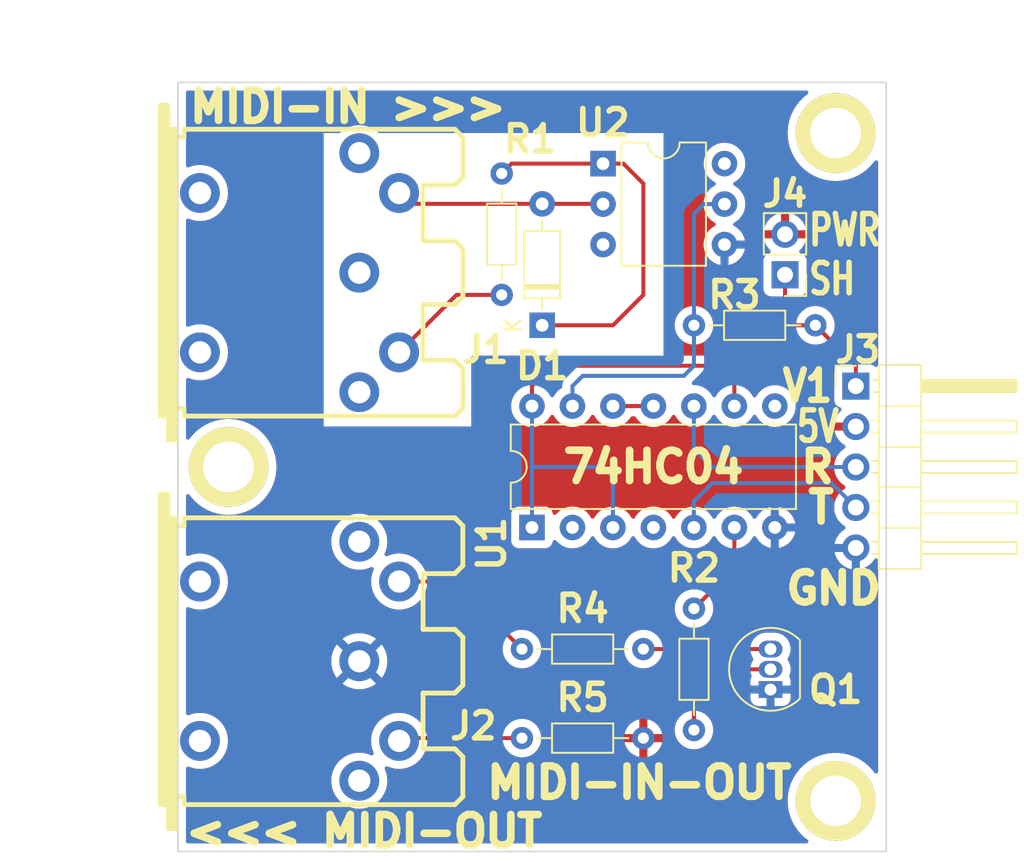
<source format=kicad_pcb>
(kicad_pcb (version 20211014) (generator pcbnew)
  (title_block (date "2022-09-24"))
  (layers (0 "F.Cu" signal) (31 "B.Cu" signal) (34 "B.Paste" user) (35 "F.Paste" user) (36 "B.SilkS" user "B.Silkscreen") (37 "F.SilkS" user "F.Silkscreen") (38 "B.Mask" user) (39 "F.Mask" user) (44 "Edge.Cuts" user))
  (net 0 "")
  (net 1 "Net-(D1-Pad1)")
  (net 2 "Net-(D1-Pad2)")
  (net 6 "/MIDI_IN")
  (net 8 "GND")
  (net 10 "Net-(J2-Pad4)")
  (net 11 "Net-(J2-Pad5)")
  (net 12 "Net-(Q1-Pad2)")
  (net 13 "Net-(Q1-Pad3)")
  (net 14 "Net-(R2-Pad2)")
  (net 15 "+3V3")
  (net 16 "+5V")
  (net 22 "/TX")
  (net 23 "/RX")
  (net 24 "Net-(R3-Pad1)")
  (net 25 "Net-(U1-Pad12)")
  (footprint "LandBoards_MountHoles:MTG-4-40-SMALL" (layer "F.Cu") (at 130.175 71.755)
    (fp_text reference "MTG1" hide)
    (fp_text value "MountingHole" hide)
    (pad "1" thru_hole circle locked (at 0 0) (size 5 5) (drill 3.175) (layers *.Cu *.Mask "F.SilkS"))
  )
  (footprint "LandBoards_MountHoles:MTG-4-40-SMALL" (layer "F.Cu") (at 130.175 113.665)
    (fp_text reference "MTG2" hide)
    (fp_text value "MountingHole" hide)
    (pad "1" thru_hole circle locked (at 0 0) (size 5 5) (drill 3.175) (layers *.Cu *.Mask "F.SilkS"))
  )
  (footprint "Resistor_THT:R_Axial_DIN0204_L3.6mm_D1.6mm_P7.62mm_Horizontal" (layer "F.Cu") (at 110.49 109.728)
    (fp_text reference "R5" (at 3.81 -2.54) (layer "F.SilkS") (effects (font (size 1.651 1.651) (thickness 0.34925))))
    (fp_text value "220")
    (fp_line (start 6.68 0) (end 5.73 0) (layer "F.SilkS") (width 0.12))
    (fp_line (start 1.89 0.92) (end 5.73 0.92) (layer "F.SilkS") (width 0.12))
    (fp_line (start 5.73 -0.92) (end 1.89 -0.92) (layer "F.SilkS") (width 0.12))
    (fp_line (start 5.73 0.92) (end 5.73 -0.92) (layer "F.SilkS") (width 0.12))
    (fp_line (start 0.94 0) (end 1.89 0) (layer "F.SilkS") (width 0.12))
    (fp_line (start 1.89 -0.92) (end 1.89 0.92) (layer "F.SilkS") (width 0.12))
    (pad "1" thru_hole circle (at 0 0) (size 1.4 1.4) (drill 0.7) (layers *.Cu *.Mask) (net 10 "Net-(J2-Pad4)"))
    (pad "2" thru_hole oval (at 7.62 0) (size 1.4 1.4) (drill 0.7) (layers *.Cu *.Mask) (net 16 "+5V"))
  )
  (footprint "Connector_PinHeader_2.54mm:PinHeader_1x05_P2.54mm_Horizontal" (layer "F.Cu") (at 131.445 87.635)
    (fp_text reference "J3" (at 0.127 -2.291) (layer "F.SilkS") (effects (font (size 1.5875 1.5875) (thickness 0.34925))))
    (fp_text value "Conn_01x05")
    (fp_line (start -1.27 0) (end -1.27 -1.27) (layer "F.SilkS") (width 0.12))
    (fp_line (start 1.042929 2.92) (end 1.44 2.92) (layer "F.SilkS") (width 0.12))
    (fp_line (start 1.042929 10.54) (end 1.44 10.54) (layer "F.SilkS") (width 0.12))
    (fp_line (start 1.042929 5.46) (end 1.44 5.46) (layer "F.SilkS") (width 0.12))
    (fp_line (start 1.44 11.49) (end 4.1 11.49) (layer "F.SilkS") (width 0.12))
    (fp_line (start 10.1 9.78) (end 10.1 10.54) (layer "F.SilkS") (width 0.12))
    (fp_line (start 10.1 -0.38) (end 10.1 0.38) (layer "F.SilkS") (width 0.12))
    (fp_line (start 1.44 3.81) (end 4.1 3.81) (layer "F.SilkS") (width 0.12))
    (fp_line (start 4.1 4.7) (end 10.1 4.7) (layer "F.SilkS") (width 0.12))
    (fp_line (start 4.1 2.16) (end 10.1 2.16) (layer "F.SilkS") (width 0.12))
    (fp_line (start 1.11 -0.38) (end 1.44 -0.38) (layer "F.SilkS") (width 0.12))
    (fp_line (start 4.1 -0.38) (end 10.1 -0.38) (layer "F.SilkS") (width 0.12))
    (fp_line (start 4.1 11.49) (end 4.1 -1.33) (layer "F.SilkS") (width 0.12))
    (fp_line (start 4.1 9.78) (end 10.1 9.78) (layer "F.SilkS") (width 0.12))
    (fp_line (start 4.1 -1.33) (end 1.44 -1.33) (layer "F.SilkS") (width 0.12))
    (fp_line (start 4.1 0.04) (end 10.1 0.04) (layer "F.SilkS") (width 0.12))
    (fp_line (start -1.27 -1.27) (end 0 -1.27) (layer "F.SilkS") (width 0.12))
    (fp_line (start 4.1 0.16) (end 10.1 0.16) (layer "F.SilkS") (width 0.12))
    (fp_line (start 1.042929 4.7) (end 1.44 4.7) (layer "F.SilkS") (width 0.12))
    (fp_line (start 4.1 -0.2) (end 10.1 -0.2) (layer "F.SilkS") (width 0.12))
    (fp_line (start 4.1 -0.08) (end 10.1 -0.08) (layer "F.SilkS") (width 0.12))
    (fp_line (start 1.44 -1.33) (end 1.44 11.49) (layer "F.SilkS") (width 0.12))
    (fp_line (start 4.1 0.28) (end 10.1 0.28) (layer "F.SilkS") (width 0.12))
    (fp_line (start 1.44 8.89) (end 4.1 8.89) (layer "F.SilkS") (width 0.12))
    (fp_line (start 1.042929 2.16) (end 1.44 2.16) (layer "F.SilkS") (width 0.12))
    (fp_line (start 10.1 0.38) (end 4.1 0.38) (layer "F.SilkS") (width 0.12))
    (fp_line (start 10.1 5.46) (end 4.1 5.46) (layer "F.SilkS") (width 0.12))
    (fp_line (start 1.44 6.35) (end 4.1 6.35) (layer "F.SilkS") (width 0.12))
    (fp_line (start 4.1 -0.32) (end 10.1 -0.32) (layer "F.SilkS") (width 0.12))
    (fp_line (start 1.44 1.27) (end 4.1 1.27) (layer "F.SilkS") (width 0.12))
    (fp_line (start 1.042929 7.24) (end 1.44 7.24) (layer "F.SilkS") (width 0.12))
    (fp_line (start 1.042929 8) (end 1.44 8) (layer "F.SilkS") (width 0.12))
    (fp_line (start 4.1 7.24) (end 10.1 7.24) (layer "F.SilkS") (width 0.12))
    (fp_line (start 1.11 0.38) (end 1.44 0.38) (layer "F.SilkS") (width 0.12))
    (fp_line (start 10.1 2.16) (end 10.1 2.92) (layer "F.SilkS") (width 0.12))
    (fp_line (start 10.1 10.54) (end 4.1 10.54) (layer "F.SilkS") (width 0.12))
    (fp_line (start 10.1 8) (end 4.1 8) (layer "F.SilkS") (width 0.12))
    (fp_line (start 10.1 2.92) (end 4.1 2.92) (layer "F.SilkS") (width 0.12))
    (fp_line (start 10.1 4.7) (end 10.1 5.46) (layer "F.SilkS") (width 0.12))
    (fp_line (start 1.042929 9.78) (end 1.44 9.78) (layer "F.SilkS") (width 0.12))
    (fp_line (start 10.1 7.24) (end 10.1 8) (layer "F.SilkS") (width 0.12))
    (pad "1" thru_hole rect (at 0 0) (size 1.7 1.7) (drill 1) (layers *.Cu *.Mask) (net 15 "+3V3"))
    (pad "2" thru_hole oval (at 0 2.54) (size 1.7 1.7) (drill 1) (layers *.Cu *.Mask) (net 16 "+5V"))
    (pad "3" thru_hole oval (at 0 5.08) (size 1.7 1.7) (drill 1) (layers *.Cu *.Mask) (net 23 "/RX"))
    (pad "4" thru_hole oval (at 0 7.62) (size 1.7 1.7) (drill 1) (layers *.Cu *.Mask) (net 22 "/TX"))
    (pad "5" thru_hole oval (at 0 10.16) (size 1.7 1.7) (drill 1) (layers *.Cu *.Mask) (net 8 "GND"))
  )
  (footprint "Package_DIP:DIP-6_W7.62mm" (layer "F.Cu") (at 115.58 73.675)
    (fp_text reference "U2" (at -0.01 -2.555) (layer "F.SilkS") (effects (font (size 1.651 1.651) (thickness 0.34925))))
    (fp_text value "4N26")
    (fp_line (start 2.81 -1.33) (end 1.16 -1.33) (layer "F.SilkS") (width 0.12))
    (fp_line (start 6.46 -1.33) (end 4.81 -1.33) (layer "F.SilkS") (width 0.12))
    (fp_line (start 1.16 6.41) (end 6.46 6.41) (layer "F.SilkS") (width 0.12))
    (fp_line (start 1.16 -1.33) (end 1.16 6.41) (layer "F.SilkS") (width 0.12))
    (fp_line (start 6.46 6.41) (end 6.46 -1.33) (layer "F.SilkS") (width 0.12))
    (fp_arc (start 4.81 -1.33) (mid 3.81 -0.33) (end 2.81 -1.33) (layer "F.SilkS") (width 0.12))
    (pad "1" thru_hole rect (at 0 0) (size 1.6 1.6) (drill 0.8) (layers *.Cu *.Mask) (net 1 "Net-(D1-Pad1)"))
    (pad "2" thru_hole oval (at 0 2.54) (size 1.6 1.6) (drill 0.8) (layers *.Cu *.Mask) (net 2 "Net-(D1-Pad2)"))
    (pad "3" thru_hole oval (at 0 5.08) (size 1.6 1.6) (drill 0.8) (layers *.Cu *.Mask))
    (pad "4" thru_hole oval (at 7.62 5.08) (size 1.6 1.6) (drill 0.8) (layers *.Cu *.Mask) (net 8 "GND"))
    (pad "5" thru_hole oval (at 7.62 2.54) (size 1.6 1.6) (drill 0.8) (layers *.Cu *.Mask) (net 24 "Net-(R3-Pad1)"))
    (pad "6" thru_hole oval (at 7.62 0) (size 1.6 1.6) (drill 0.8) (layers *.Cu *.Mask))
  )
  (footprint "Resistor_THT:R_Axial_DIN0204_L3.6mm_D1.6mm_P7.62mm_Horizontal" (layer "F.Cu") (at 121.285 109.22 90)
    (fp_text reference "R2" (at 10.16 0 180) (layer "F.SilkS") (effects (font (size 1.651 1.651) (thickness 0.34925))))
    (fp_text value "10K")
    (fp_line (start 5.73 -0.92) (end 1.89 -0.92) (layer "F.SilkS") (width 0.12))
    (fp_line (start 1.89 -0.92) (end 1.89 0.92) (layer "F.SilkS") (width 0.12))
    (fp_line (start 1.89 0.92) (end 5.73 0.92) (layer "F.SilkS") (width 0.12))
    (fp_line (start 0.94 0) (end 1.89 0) (layer "F.SilkS") (width 0.12))
    (fp_line (start 6.68 0) (end 5.73 0) (layer "F.SilkS") (width 0.12))
    (fp_line (start 5.73 0.92) (end 5.73 -0.92) (layer "F.SilkS") (width 0.12))
    (pad "1" thru_hole circle (at 0 0 90) (size 1.4 1.4) (drill 0.7) (layers *.Cu *.Mask) (net 12 "Net-(Q1-Pad2)"))
    (pad "2" thru_hole oval (at 7.62 0 90) (size 1.4 1.4) (drill 0.7) (layers *.Cu *.Mask) (net 14 "Net-(R2-Pad2)"))
  )
  (footprint "LandBoards_Conns:MIDI_DIN-5" (layer "F.Cu") (at 97.282 80.518 -90)
    (fp_text reference "J1" (at 4.826 -10.922 180) (layer "F.SilkS") (effects (font (size 1.651 1.651) (thickness 0.34925))))
    (fp_text value "DIN-5" hide)
    (fp_line (start 1.99898 -8.99922) (end 1.99898 -7.00024) (layer "F.SilkS") (width 0.3048))
    (fp_line (start -1.50114 -9.4996) (end 1.50114 -9.4996) (layer "F.SilkS") (width 0.3048))
    (fp_line (start -1.50114 -9.4996) (end -1.99898 -8.99922) (layer "F.SilkS") (width 0.3048))
    (fp_line (start -10.50036 9.25068) (end 8.99922 9.25068) (layer "F.SilkS") (width 0.3048))
    (fp_line (start 8.99922 -8.99922) (end 8.99922 8.001) (layer "F.SilkS") (width 0.3048))
    (fp_line (start -10.50036 9.4996) (end -10.50036 8.99922) (layer "F.SilkS") (width 0.3048))
    (fp_line (start 8.99922 8.99922) (end -8.99922 8.99922) (layer "F.SilkS") (width 0.3048))
    (fp_line (start -5.4991 -8.99922) (end -5.4991 -7.00024) (layer "F.SilkS") (width 0.3048))
    (fp_line (start -8.49884 8.001) (end -8.49884 8.49884) (layer "F.SilkS") (width 0.3048))
    (fp_line (start 5.4991 -8.99922) (end 5.4991 -7.00024) (layer "F.SilkS") (width 0.3048))
    (fp_line (start 6.49986 -9.4996) (end 5.99948 -9.4996) (layer "F.SilkS") (width 0.3048))
    (fp_line (start 8.99922 -8.99922) (end 8.49884 -9.4996) (layer "F.SilkS") (width 0.3048))
    (fp_line (start 10.50036 8.99922) (end 8.99922 8.99922) (layer "F.SilkS") (width 0.3048))
    (fp_line (start 1.50114 -9.4996) (end 1.99898 -8.99922) (layer "F.SilkS") (width 0.3048))
    (fp_line (start 8.99922 9.4996) (end -10.50036 9.4996) (layer "F.SilkS") (width 0.3048))
    (fp_line (start -8.99922 8.001) (end -8.49884 8.001) (layer "F.SilkS") (width 0.3048))
    (fp_line (start -10.50036 8.99922) (end -8.99922 8.99922) (layer "F.SilkS") (width 0.3048))
    (fp_line (start 8.99922 8.001) (end 8.49884 8.001) (layer "F.SilkS") (width 0.3048))
    (fp_line (start -8.99922 8.7503) (end 10.50036 8.7503) (layer "F.SilkS") (width 0.3048))
    (fp_line (start -8.99922 8.49884) (end 10.50036 8.49884) (layer "F.SilkS") (width 0.3048))
    (fp_line (start 8.49884 8.49884) (end 8.49884 8.001) (layer "F.SilkS") (width 0.3048))
    (fp_line (start -5.4991 -7.00024) (end -1.99898 -7.00024) (layer "F.SilkS") (width 0.3048))
    (fp_line (start -8.49884 -9.4996) (end -5.99948 -9.4996) (layer "F.SilkS") (width 0.3048))
    (fp_line (start 5.4991 -7.00024) (end 1.99898 -7.00024) (layer "F.SilkS") (width 0.3048))
    (fp_line (start -8.99922 8.99922) (end -8.99922 8.49884) (layer "F.SilkS") (width 0.3048))
    (fp_line (start -1.99898 -8.99922) (end -1.99898 -7.00024) (layer "F.SilkS") (width 0.3048))
    (fp_line (start -8.99922 -8.99922) (end -8.99922 8.001) (layer "F.SilkS") (width 0.3048))
    (fp_line (start 8.49884 -9.4996) (end 6.49986 -9.4996) (layer "F.SilkS") (width 0.3048))
    (fp_line (start -8.99922 -8.99922) (end -8.49884 -9.4996) (layer "F.SilkS") (width 0.3048))
    (fp_line (start 8.99922 8.99922) (end 8.99922 9.4996) (layer "F.SilkS") (width 0.3048))
    (fp_line (start -5.99948 -9.4996) (end -5.4991 -8.99922) (layer "F.SilkS") (width 0.3048))
    (fp_line (start 5.99948 -9.4996) (end 5.4991 -8.99922) (layer "F.SilkS") (width 0.3048))
    (fp_line (start 10.50036 8.49884) (end 10.50036 8.99922) (layer "F.SilkS") (width 0.3048))
    (pad "1" thru_hole circle (at 7.5 -3 270) (size 2.5 2.5) (drill 1.4) (layers *.Cu *.Mask))
    (pad "2" thru_hole circle (at 0 -3 270) (size 2.5 2.5) (drill 1.4) (layers *.Cu *.Mask))
    (pad "3" thru_hole circle (at -7.5 -3 270) (size 2.5 2.5) (drill 1.4) (layers *.Cu *.Mask))
    (pad "4" thru_hole circle (at 5 -5.5 270) (size 2.5 2.5) (drill 1.4) (layers *.Cu *.Mask) (net 6 "/MIDI_IN"))
    (pad "5" thru_hole circle (at -5 -5.5 270) (size 2.5 2.5) (drill 1.4) (layers *.Cu *.Mask) (net 2 "Net-(D1-Pad2)"))
    (pad "6" thru_hole circle (at -5 7 270) (size 2.5 2.5) (drill 1.4) (layers *.Cu *.Mask))
    (pad "6" thru_hole circle (at 5 7 270) (size 2.5 2.5) (drill 1.4) (layers *.Cu *.Mask))
  )
  (footprint "Diode_THT:D_DO-35_SOD27_P7.62mm_Horizontal" (layer "F.Cu") (at 111.76 83.82 90)
    (fp_text reference "D1" (at -2.54 0 180) (layer "F.SilkS") (effects (font (size 1.651 1.651) (thickness 0.34925))))
    (fp_text value "BAT41")
    (fp_text user "K" (at 0 -1.8 90) (layer "F.SilkS"))
    (fp_line (start 1.69 -1.12) (end 1.69 1.12) (layer "F.SilkS") (width 0.12))
    (fp_line (start 1.69 1.12) (end 5.93 1.12) (layer "F.SilkS") (width 0.12))
    (fp_line (start 2.29 -1.12) (end 2.29 1.12) (layer "F.SilkS") (width 0.12))
    (fp_line (start 5.93 -1.12) (end 1.69 -1.12) (layer "F.SilkS") (width 0.12))
    (fp_line (start 1.04 0) (end 1.69 0) (layer "F.SilkS") (width 0.12))
    (fp_line (start 5.93 1.12) (end 5.93 -1.12) (layer "F.SilkS") (width 0.12))
    (fp_line (start 2.53 -1.12) (end 2.53 1.12) (layer "F.SilkS") (width 0.12))
    (fp_line (start 2.41 -1.12) (end 2.41 1.12) (layer "F.SilkS") (width 0.12))
    (fp_line (start 6.58 0) (end 5.93 0) (layer "F.SilkS") (width 0.12))
    (pad "1" thru_hole rect (at 0 0 90) (size 1.6 1.6) (drill 0.8) (layers *.Cu *.Mask) (net 1 "Net-(D1-Pad1)"))
    (pad "2" thru_hole oval (at 7.62 0 90) (size 1.6 1.6) (drill 0.8) (layers *.Cu *.Mask) (net 2 "Net-(D1-Pad2)"))
  )
  (footprint "Package_DIP:DIP-14_W7.62mm" (layer "F.Cu") (at 111.12 96.51 90)
    (fp_text reference "U1" (at -1.026 -2.535 90) (layer "F.SilkS") (effects (font (size 1.651 1.651) (thickness 0.34925))))
    (fp_text value "74HC04")
    (fp_line (start 6.46 16.57) (end 6.46 -1.33) (layer "F.SilkS") (width 0.12))
    (fp_line (start 1.16 -1.33) (end 1.16 16.57) (layer "F.SilkS") (width 0.12))
    (fp_line (start 2.81 -1.33) (end 1.16 -1.33) (layer "F.SilkS") (width 0.12))
    (fp_line (start 6.46 -1.33) (end 4.81 -1.33) (layer "F.SilkS") (width 0.12))
    (fp_line (start 1.16 16.57) (end 6.46 16.57) (layer "F.SilkS") (width 0.12))
    (fp_arc (start 4.81 -1.33) (mid 3.81 -0.33) (end 2.81 -1.33) (layer "F.SilkS") (width 0.12))
    (pad "1" thru_hole rect (at 0 0 90) (size 1.6 1.6) (drill 0.8) (layers *.Cu *.Mask) (net 15 "+3V3"))
    (pad "2" thru_hole oval (at 0 2.54 90) (size 1.6 1.6) (drill 0.8) (layers *.Cu *.Mask))
    (pad "3" thru_hole oval (at 0 5.08 90) (size 1.6 1.6) (drill 0.8) (layers *.Cu *.Mask) (net 15 "+3V3"))
    (pad "4" thru_hole oval (at 0 7.62 90) (size 1.6 1.6) (drill 0.8) (layers *.Cu *.Mask))
    (pad "5" thru_hole oval (at 0 10.16 90) (size 1.6 1.6) (drill 0.8) (layers *.Cu *.Mask) (net 22 "/TX"))
    (pad "6" thru_hole oval (at 0 12.7 90) (size 1.6 1.6) (drill 0.8) (layers *.Cu *.Mask) (net 14 "Net-(R2-Pad2)"))
    (pad "7" thru_hole oval (at 0 15.24 90) (size 1.6 1.6) (drill 0.8) (layers *.Cu *.Mask) (net 8 "GND"))
    (pad "8" thru_hole oval (at 7.62 15.24 90) (size 1.6 1.6) (drill 0.8) (layers *.Cu *.Mask))
    (pad "9" thru_hole oval (at 7.62 12.7 90) (size 1.6 1.6) (drill 0.8) (layers *.Cu *.Mask) (net 15 "+3V3"))
    (pad "10" thru_hole oval (at 7.62 10.16 90) (size 1.6 1.6) (drill 0.8) (layers *.Cu *.Mask) (net 23 "/RX"))
    (pad "11" thru_hole oval (at 7.62 7.62 90) (size 1.6 1.6) (drill 0.8) (layers *.Cu *.Mask) (net 25 "Net-(U1-Pad12)"))
    (pad "12" thru_hole oval (at 7.62 5.08 90) (size 1.6 1.6) (drill 0.8) (layers *.Cu *.Mask) (net 25 "Net-(U1-Pad12)"))
    (pad "13" thru_hole oval (at 7.62 2.54 90) (size 1.6 1.6) (drill 0.8) (layers *.Cu *.Mask) (net 24 "Net-(R3-Pad1)"))
    (pad "14" thru_hole oval (at 7.62 0 90) (size 1.6 1.6) (drill 0.8) (layers *.Cu *.Mask) (net 15 "+3V3"))
  )
  (footprint "Resistor_THT:R_Axial_DIN0204_L3.6mm_D1.6mm_P7.62mm_Horizontal" (layer "F.Cu") (at 121.285 83.82)
    (fp_text reference "R3" (at 2.54 -1.905 180) (layer "F.SilkS") (effects (font (size 1.651 1.651) (thickness 0.34925))))
    (fp_text value "1K")
    (fp_line (start 6.68 0) (end 5.73 0) (layer "F.SilkS") (width 0.12))
    (fp_line (start 5.73 -0.92) (end 1.89 -0.92) (layer "F.SilkS") (width 0.12))
    (fp_line (start 5.73 0.92) (end 5.73 -0.92) (layer "F.SilkS") (width 0.12))
    (fp_line (start 1.89 -0.92) (end 1.89 0.92) (layer "F.SilkS") (width 0.12))
    (fp_line (start 0.94 0) (end 1.89 0) (layer "F.SilkS") (width 0.12))
    (fp_line (start 1.89 0.92) (end 5.73 0.92) (layer "F.SilkS") (width 0.12))
    (pad "1" thru_hole circle (at 0 0) (size 1.4 1.4) (drill 0.7) (layers *.Cu *.Mask) (net 24 "Net-(R3-Pad1)"))
    (pad "2" thru_hole oval (at 7.62 0) (size 1.4 1.4) (drill 0.7) (layers *.Cu *.Mask) (net 15 "+3V3"))
  )
  (footprint "Package_TO_SOT_THT:TO-92_Inline" (layer "F.Cu") (at 126.09 106.68 90)
    (fp_text reference "Q1" (at 0 4.085 180) (layer "F.SilkS") (effects (font (size 1.651 1.651) (thickness 0.34925))))
    (fp_text value "2N3904")
    (fp_line (start -0.53 1.85) (end 3.07 1.85) (layer "F.SilkS") (width 0.12))
    (fp_arc (start 1.27 -2.6) (mid 3.672087 -0.994977) (end 3.108478 1.838478) (layer "F.SilkS") (width 0.12))
    (fp_arc (start -0.568478 1.838478) (mid -1.132087 -0.994977) (end 1.27 -2.6) (layer "F.SilkS") (width 0.12))
    (pad "1" thru_hole rect (at 0 0 90) (size 1.05 1.5) (drill 0.75) (layers *.Cu *.Mask) (net 8 "GND"))
    (pad "2" thru_hole oval (at 1.27 0 90) (size 1.05 1.5) (drill 0.75) (layers *.Cu *.Mask) (net 12 "Net-(Q1-Pad2)"))
    (pad "3" thru_hole oval (at 2.54 0 90) (size 1.05 1.5) (drill 0.75) (layers *.Cu *.Mask) (net 13 "Net-(Q1-Pad3)"))
  )
  (footprint "LandBoards_MountHoles:MTG-4-40-SMALL" (layer "F.Cu") (at 92.075 92.71)
    (fp_text reference "MTG3" hide)
    (fp_text value "MountingHole" hide)
    (pad "1" thru_hole circle locked (at 0 0) (size 5 5) (drill 3.175) (layers *.Cu *.Mask "F.SilkS"))
  )
  (footprint "Resistor_THT:R_Axial_DIN0204_L3.6mm_D1.6mm_P7.62mm_Horizontal" (layer "F.Cu") (at 109.22 81.915 90)
    (fp_text reference "R1" (at 9.779 1.778 180) (layer "F.SilkS") (effects (font (size 1.651 1.651) (thickness 0.34925))))
    (fp_text value "220")
    (fp_line (start 6.68 0) (end 5.73 0) (layer "F.SilkS") (width 0.12))
    (fp_line (start 1.89 0.92) (end 5.73 0.92) (layer "F.SilkS") (width 0.12))
    (fp_line (start 1.89 -0.92) (end 1.89 0.92) (layer "F.SilkS") (width 0.12))
    (fp_line (start 5.73 0.92) (end 5.73 -0.92) (layer "F.SilkS") (width 0.12))
    (fp_line (start 5.73 -0.92) (end 1.89 -0.92) (layer "F.SilkS") (width 0.12))
    (fp_line (start 0.94 0) (end 1.89 0) (layer "F.SilkS") (width 0.12))
    (pad "1" thru_hole circle (at 0 0 90) (size 1.4 1.4) (drill 0.7) (layers *.Cu *.Mask) (net 6 "/MIDI_IN"))
    (pad "2" thru_hole oval (at 7.62 0 90) (size 1.4 1.4) (drill 0.7) (layers *.Cu *.Mask) (net 1 "Net-(D1-Pad1)"))
  )
  (footprint "LandBoards_Conns:MIDI_DIN-5" (layer "F.Cu") (at 97.282 104.902 -90)
    (fp_text reference "J2" (at 4.064 -10.16 180) (layer "F.SilkS") (effects (font (size 1.651 1.651) (thickness 0.34925))))
    (fp_text value "DIN-5" hide)
    (fp_line (start 10.50036 8.99922) (end 8.99922 8.99922) (layer "F.SilkS") (width 0.3048))
    (fp_line (start -10.50036 8.99922) (end -8.99922 8.99922) (layer "F.SilkS") (width 0.3048))
    (fp_line (start -8.99922 -8.99922) (end -8.99922 8.001) (layer "F.SilkS") (width 0.3048))
    (fp_line (start 8.99922 8.001) (end 8.49884 8.001) (layer "F.SilkS") (width 0.3048))
    (fp_line (start -10.50036 9.4996) (end -10.50036 8.99922) (layer "F.SilkS") (width 0.3048))
    (fp_line (start -5.99948 -9.4996) (end -5.4991 -8.99922) (layer "F.SilkS") (width 0.3048))
    (fp_line (start 10.50036 8.49884) (end 10.50036 8.99922) (layer "F.SilkS") (width 0.3048))
    (fp_line (start 1.50114 -9.4996) (end 1.99898 -8.99922) (layer "F.SilkS") (width 0.3048))
    (fp_line (start 8.99922 8.99922) (end -8.99922 8.99922) (layer "F.SilkS") (width 0.3048))
    (fp_line (start 8.99922 -8.99922) (end 8.99922 8.001) (layer "F.SilkS") (width 0.3048))
    (fp_line (start 8.99922 8.99922) (end 8.99922 9.4996) (layer "F.SilkS") (width 0.3048))
    (fp_line (start 6.49986 -9.4996) (end 5.99948 -9.4996) (layer "F.SilkS") (width 0.3048))
    (fp_line (start 5.4991 -8.99922) (end 5.4991 -7.00024) (layer "F.SilkS") (width 0.3048))
    (fp_line (start -8.99922 -8.99922) (end -8.49884 -9.4996) (layer "F.SilkS") (width 0.3048))
    (fp_line (start -8.99922 8.99922) (end -8.99922 8.49884) (layer "F.SilkS") (width 0.3048))
    (fp_line (start 8.49884 8.49884) (end 8.49884 8.001) (layer "F.SilkS") (width 0.3048))
    (fp_line (start -8.99922 8.001) (end -8.49884 8.001) (layer "F.SilkS") (width 0.3048))
    (fp_line (start -5.4991 -8.99922) (end -5.4991 -7.00024) (layer "F.SilkS") (width 0.3048))
    (fp_line (start 8.99922 -8.99922) (end 8.49884 -9.4996) (layer "F.SilkS") (width 0.3048))
    (fp_line (start 1.99898 -8.99922) (end 1.99898 -7.00024) (layer "F.SilkS") (width 0.3048))
    (fp_line (start 5.99948 -9.4996) (end 5.4991 -8.99922) (layer "F.SilkS") (width 0.3048))
    (fp_line (start 8.49884 -9.4996) (end 6.49986 -9.4996) (layer "F.SilkS") (width 0.3048))
    (fp_line (start -1.50114 -9.4996) (end 1.50114 -9.4996) (layer "F.SilkS") (width 0.3048))
    (fp_line (start -5.4991 -7.00024) (end -1.99898 -7.00024) (layer "F.SilkS") (width 0.3048))
    (fp_line (start -8.99922 8.49884) (end 10.50036 8.49884) (layer "F.SilkS") (width 0.3048))
    (fp_line (start 8.99922 9.4996) (end -10.50036 9.4996) (layer "F.SilkS") (width 0.3048))
    (fp_line (start -8.49884 8.001) (end -8.49884 8.49884) (layer "F.SilkS") (width 0.3048))
    (fp_line (start -1.50114 -9.4996) (end -1.99898 -8.99922) (layer "F.SilkS") (width 0.3048))
    (fp_line (start -8.49884 -9.4996) (end -5.99948 -9.4996) (layer "F.SilkS") (width 0.3048))
    (fp_line (start -10.50036 9.25068) (end 8.99922 9.25068) (layer "F.SilkS") (width 0.3048))
    (fp_line (start -8.99922 8.7503) (end 10.50036 8.7503) (layer "F.SilkS") (width 0.3048))
    (fp_line (start -1.99898 -8.99922) (end -1.99898 -7.00024) (layer "F.SilkS") (width 0.3048))
    (fp_line (start 5.4991 -7.00024) (end 1.99898 -7.00024) (layer "F.SilkS") (width 0.3048))
    (pad "1" thru_hole circle (at 7.5 -3 270) (size 2.5 2.5) (drill 1.4) (layers *.Cu *.Mask))
    (pad "2" thru_hole circle (at 0 -3 270) (size 2.5 2.5) (drill 1.4) (layers *.Cu *.Mask) (net 8 "GND"))
    (pad "3" thru_hole circle (at -7.5 -3 270) (size 2.5 2.5) (drill 1.4) (layers *.Cu *.Mask))
    (pad "4" thru_hole circle (at 5 -5.5 270) (size 2.5 2.5) (drill 1.4) (layers *.Cu *.Mask) (net 10 "Net-(J2-Pad4)"))
    (pad "5" thru_hole circle (at -5 -5.5 270) (size 2.5 2.5) (drill 1.4) (layers *.Cu *.Mask) (net 11 "Net-(J2-Pad5)"))
    (pad "6" thru_hole circle (at 5 7 270) (size 2.5 2.5) (drill 1.4) (layers *.Cu *.Mask))
    (pad "6" thru_hole circle (at -5 7 270) (size 2.5 2.5) (drill 1.4) (layers *.Cu *.Mask))
  )
  (footprint "Resistor_THT:R_Axial_DIN0204_L3.6mm_D1.6mm_P7.62mm_Horizontal" (layer "F.Cu") (at 118.11 104.14 180)
    (fp_text reference "R4" (at 3.81 2.54) (layer "F.SilkS") (effects (font (size 1.651 1.651) (thickness 0.34925))))
    (fp_text value "220")
    (fp_line (start 5.73 -0.92) (end 1.89 -0.92) (layer "F.SilkS") (width 0.12))
    (fp_line (start 5.73 0.92) (end 5.73 -0.92) (layer "F.SilkS") (width 0.12))
    (fp_line (start 6.68 0) (end 5.73 0) (layer "F.SilkS") (width 0.12))
    (fp_line (start 1.89 -0.92) (end 1.89 0.92) (layer "F.SilkS") (width 0.12))
    (fp_line (start 0.94 0) (end 1.89 0) (layer "F.SilkS") (width 0.12))
    (fp_line (start 1.89 0.92) (end 5.73 0.92) (layer "F.SilkS") (width 0.12))
    (pad "1" thru_hole circle (at 0 0 180) (size 1.4 1.4) (drill 0.7) (layers *.Cu *.Mask) (net 13 "Net-(Q1-Pad3)"))
    (pad "2" thru_hole oval (at 7.62 0 180) (size 1.4 1.4) (drill 0.7) (layers *.Cu *.Mask) (net 11 "Net-(J2-Pad5)"))
  )
  (footprint "Connector_PinHeader_2.54mm:PinHeader_1x02_P2.54mm_Vertical" (layer "F.Cu") (at 127 80.65 180)
    (fp_text reference "J4" (at 0 5.085) (layer "F.SilkS") (effects (font (size 1.5875 1.5875) (thickness 0.34925))))
    (fp_text value "Conn_01x02")
    (fp_line (start 1.33 1.27) (end 1.33 3.87) (layer "F.SilkS") (width 0.12))
    (fp_line (start -1.33 3.87) (end 1.33 3.87) (layer "F.SilkS") (width 0.12))
    (fp_line (start -1.33 1.27) (end -1.33 3.87) (layer "F.SilkS") (width 0.12))
    (fp_line (start -1.33 1.27) (end 1.33 1.27) (layer "F.SilkS") (width 0.12))
    (fp_line (start -1.33 0) (end -1.33 -1.33) (layer "F.SilkS") (width 0.12))
    (fp_line (start -1.33 -1.33) (end 0 -1.33) (layer "F.SilkS") (width 0.12))
    (pad "1" thru_hole rect (at 0 0 180) (size 1.7 1.7) (drill 1) (layers *.Cu *.Mask) (net 15 "+3V3"))
    (pad "2" thru_hole oval (at 0 2.54 180) (size 1.7 1.7) (drill 1) (layers *.Cu *.Mask) (net 16 "+5V"))
  )
  (gr_rect (start 88.9 68.58) (end 133.35 116.84) (layer "Edge.Cuts") (width 0.1) (fill none))
  (gr_text "R" (at 130.302 92.71) (layer "F.SilkS") (effects (font (size 1.905 1.905) (thickness 0.47625)) (justify right)))
  (gr_text "GND" (at 130.048 100.33) (layer "F.SilkS") (effects (font (size 1.905 1.905) (thickness 0.47625))))
  (gr_text "<<< MIDI-OUT" (at 100.584 115.57) (layer "F.SilkS") (effects (font (size 1.905 1.905) (thickness 0.47625))))
  (gr_text "T" (at 130.302 95.25) (layer "F.SilkS") (effects (font (size 1.905 1.905) (thickness 0.47625)) (justify right)))
  (gr_text "MIDI-IN-OUT" (at 117.856 112.522) (layer "F.SilkS") (effects (font (size 1.905 1.905) (thickness 0.47625))))
  (gr_text "MIDI-IN >>>" (at 99.568 70.104) (layer "F.SilkS") (effects (font (size 1.905 1.905) (thickness 0.47625))))
  (gr_text "74HC04" (at 118.745 92.71) (layer "F.SilkS") (effects (font (size 1.905 1.905) (thickness 0.47625))))
  (gr_text "5V" (at 130.556 90.17) (layer "F.SilkS") (effects (font (size 1.905 1.397) (thickness 0.34925)) (justify right)))
  (gr_text "PWR\nSH" (at 128.33 79.38) (layer "F.SilkS") (effects (font (size 1.905 1.397) (thickness 0.34925)) (justify left)))
  (gr_text "V1" (at 130.175 87.635) (layer "F.SilkS") (effects (font (size 1.905 1.651) (thickness 0.41275)) (justify right)))
  (segment (start 109.84 73.675) (end 109.22 74.295) (width 0.254) (layer "F.Cu") (net 1))
  (segment (start 118.11 74.93) (end 116.855 73.675) (width 0.254) (layer "F.Cu") (net 1))
  (segment (start 118.11 81.915) (end 118.11 74.93) (width 0.254) (layer "F.Cu") (net 1))
  (segment (start 116.855 73.675) (end 115.58 73.675) (width 0.254) (layer "F.Cu") (net 1))
  (segment (start 116.205 83.82) (end 118.11 81.915) (width 0.254) (layer "F.Cu") (net 1))
  (segment (start 115.58 73.675) (end 109.84 73.675) (width 0.254) (layer "F.Cu") (net 1))
  (segment (start 111.76 83.82) (end 116.205 83.82) (width 0.254) (layer "F.Cu") (net 1))
  (segment (start 111.76 76.2) (end 103.464 76.2) (width 0.254) (layer "F.Cu") (net 2))
  (segment (start 111.76 76.2) (end 115.565 76.2) (width 0.254) (layer "F.Cu") (net 2))
  (segment (start 109.22 81.915) (end 106.385 81.915) (width 0.254) (layer "F.Cu") (net 6))
  (segment (start 106.385 81.915) (end 102.782 85.518) (width 0.254) (layer "F.Cu") (net 6))
  (segment (start 110.49 109.728) (end 102.956 109.728) (width 0.25) (layer "F.Cu") (net 10))
  (segment (start 106.252 99.902) (end 110.49 104.14) (width 0.25) (layer "F.Cu") (net 11))
  (segment (start 102.782 99.902) (end 106.252 99.902) (width 0.25) (layer "F.Cu") (net 11))
  (segment (start 126.09 105.41) (end 123.825 105.41) (width 0.254) (layer "F.Cu") (net 12))
  (segment (start 123.825 105.41) (end 121.285 107.95) (width 0.254) (layer "F.Cu") (net 12))
  (segment (start 121.285 107.95) (end 121.285 109.22) (width 0.254) (layer "F.Cu") (net 12))
  (segment (start 126.09 104.14) (end 118.11 104.14) (width 0.254) (layer "F.Cu") (net 13))
  (segment (start 123.82 96.51) (end 123.82 99.065) (width 0.254) (layer "F.Cu") (net 14))
  (segment (start 123.82 99.065) (end 121.285 101.6) (width 0.254) (layer "F.Cu") (net 14))
  (segment (start 128.9 83.82) (end 127 83.82) (width 0.254) (layer "F.Cu") (net 15))
  (segment (start 112.395 86.36) (end 123.825 86.36) (width 0.254) (layer "F.Cu") (net 15))
  (segment (start 123.82 88.89) (end 123.82 86.365) (width 0.254) (layer "F.Cu") (net 15))
  (segment (start 123.82 86.365) (end 123.825 86.36) (width 0.254) (layer "F.Cu") (net 15))
  (segment (start 127 83.82) (end 126.365 83.82) (width 0.254) (layer "F.Cu") (net 15))
  (segment (start 123.825 86.36) (end 126.365 83.82) (width 0.254) (layer "F.Cu") (net 15))
  (segment (start 127 80.65) (end 127 83.82) (width 0.25) (layer "F.Cu") (net 15))
  (segment (start 111.12 88.89) (end 111.12 87.635) (width 0.254) (layer "F.Cu") (net 15))
  (segment (start 131.445 86.36) (end 128.905 83.82) (width 0.25) (layer "F.Cu") (net 15))
  (segment (start 131.445 87.635) (end 131.445 86.36) (width 0.25) (layer "F.Cu") (net 15))
  (segment (start 111.12 87.635) (end 112.395 86.36) (width 0.254) (layer "F.Cu") (net 15))
  (segment (start 131.445 86.365) (end 128.9 83.82) (width 0.254) (layer "F.Cu") (net 15))
  (segment (start 116.2 96.51) (end 116.2 93.34) (width 0.254) (layer "B.Cu") (net 15))
  (segment (start 111.12 96.51) (end 111.12 88.89) (width 0.254) (layer "B.Cu") (net 15))
  (segment (start 116.2 93.34) (end 115.575 92.715) (width 0.254) (layer "B.Cu") (net 15))
  (segment (start 115.575 92.715) (end 111.12 92.715) (width 0.254) (layer "B.Cu") (net 15))
  (segment (start 131.445 95.255) (end 129.916 93.726) (width 0.25) (layer "B.Cu") (net 22))
  (segment (start 122.428 93.726) (end 121.28 94.874) (width 0.25) (layer "B.Cu") (net 22))
  (segment (start 121.28 94.874) (end 121.28 96.51) (width 0.25) (layer "B.Cu") (net 22))
  (segment (start 129.916 93.726) (end 122.428 93.726) (width 0.25) (layer "B.Cu") (net 22))
  (segment (start 121.28 91.562) (end 121.28 88.89) (width 0.25) (layer "B.Cu") (net 23))
  (segment (start 131.445 92.715) (end 122.433 92.715) (width 0.25) (layer "B.Cu") (net 23))
  (segment (start 122.433 92.715) (end 121.28 91.562) (width 0.25) (layer "B.Cu") (net 23))
  (segment (start 114.3 86.995) (end 120.65 86.995) (width 0.254) (layer "B.Cu") (net 24))
  (segment (start 123.2 76.215) (end 121.905 76.215) (width 0.254) (layer "B.Cu") (net 24))
  (segment (start 113.66 87.635) (end 114.3 86.995) (width 0.254) (layer "B.Cu") (net 24))
  (segment (start 121.285 76.835) (end 121.285 86.36) (width 0.254) (layer "B.Cu") (net 24))
  (segment (start 113.66 88.89) (end 113.66 87.635) (width 0.254) (layer "B.Cu") (net 24))
  (segment (start 121.905 76.215) (end 121.285 76.835) (width 0.254) (layer "B.Cu") (net 24))
  (segment (start 121.285 86.36) (end 120.65 86.995) (width 0.254) (layer "B.Cu") (net 24))
  (segment (start 116.2 88.89) (end 118.74 88.89) (width 0.254) (layer "F.Cu") (net 25))
  (zone (net 16) (net_name "+5V") (layer "F.Cu") (connect_pads (clearance 0.508)) (min_thickness 0.254) (fill yes (thermal_gap 0.508) (thermal_bridge_width 0.508))
    (polygon (pts (xy 133.35 116.84) (xy 88.9 116.84) (xy 88.9 68.58) (xy 133.35 68.58)))
  )
  (zone (net 0) (net_name "") (layer "F.Cu") (connect_pads (clearance 0)) (min_thickness 0.254)
    (keepout (tracks allowed) (vias allowed) (pads allowed) (copperpour not_allowed) (footprints allowed))
    (fill (thermal_gap 0.508) (thermal_bridge_width 0.508))
    (polygon (pts (xy 119.38 85.725) (xy 107.315 85.725) (xy 107.315 90.17) (xy 98.044 90.17) (xy 98.044 71.755) (xy 119.38 71.755)))
  )
  (zone (net 0) (net_name "") (layer "B.Cu") (connect_pads (clearance 0)) (min_thickness 0.254)
    (keepout (tracks allowed) (vias allowed) (pads allowed) (copperpour not_allowed) (footprints allowed))
    (fill (thermal_gap 0.508) (thermal_bridge_width 0.508))
    (polygon (pts (xy 119.38 85.725) (xy 107.315 85.725) (xy 107.315 90.17) (xy 98.044 90.17) (xy 98.044 71.755) (xy 119.38 71.755)))
  )
  (zone (net 8) (net_name "GND") (layer "B.Cu") (connect_pads (clearance 0.508)) (min_thickness 0.254) (fill yes (thermal_gap 0.508) (thermal_bridge_width 0.508))
    (polygon (pts (xy 133.35 116.84) (xy 88.9 116.84) (xy 88.9 68.58) (xy 133.35 68.58)))
  )
)
</source>
